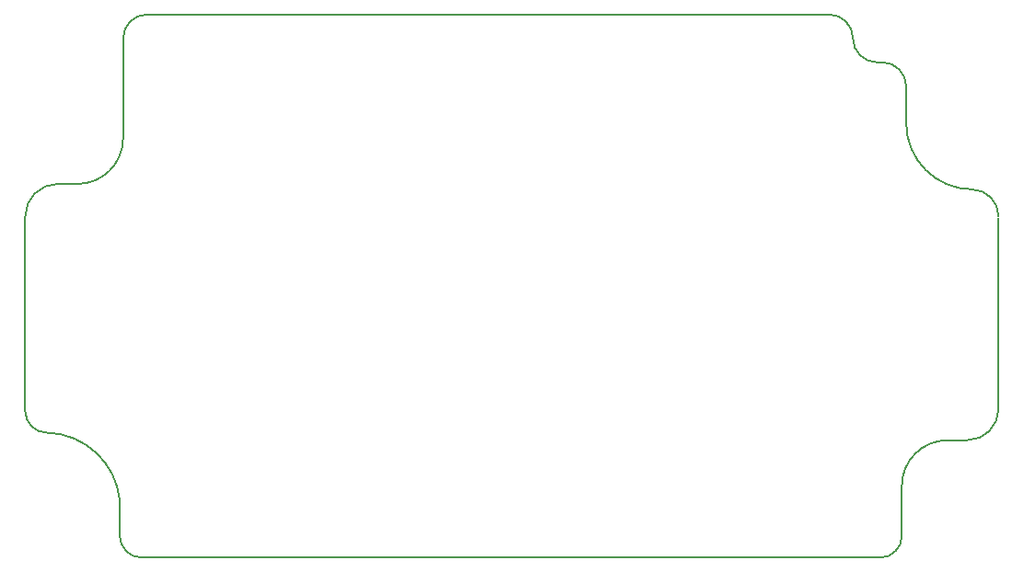
<source format=gbr>
%TF.GenerationSoftware,KiCad,Pcbnew,(5.0.2-5)-5*%
%TF.CreationDate,2019-04-17T13:51:17+02:00*%
%TF.ProjectId,PowerSupply,506f7765-7253-4757-9070-6c792e6b6963,rev?*%
%TF.SameCoordinates,Original*%
%TF.FileFunction,Profile,NP*%
%FSLAX46Y46*%
G04 Gerber Fmt 4.6, Leading zero omitted, Abs format (unit mm)*
G04 Created by KiCad (PCBNEW (5.0.2-5)-5) date 2019 April 17, Wednesday 13:51:17*
%MOMM*%
%LPD*%
G01*
G04 APERTURE LIST*
%ADD10C,0.150000*%
G04 APERTURE END LIST*
D10*
X199500000Y-85100000D02*
G75*
G02X193400000Y-79000000I0J6100000D01*
G01*
X193000000Y-117000000D02*
G75*
G02X191000000Y-119000000I-2000000J0D01*
G01*
X123100000Y-119000000D02*
G75*
G02X121100000Y-117000000I0J2000000D01*
G01*
X190700000Y-73400000D02*
X191300000Y-73400000D01*
X191200000Y-73400000D02*
G75*
G02X193400000Y-75600000I0J-2200000D01*
G01*
X190700000Y-73400000D02*
G75*
G02X188500000Y-71200000I0J2200000D01*
G01*
X199400000Y-85100000D02*
G75*
G02X201900000Y-87600000I0J-2500000D01*
G01*
X115400000Y-84600000D02*
X116500000Y-84600000D01*
X114400000Y-107500000D02*
G75*
G02X112400000Y-105518936I0J2000091D01*
G01*
X121100145Y-113769951D02*
G75*
G03X114400000Y-107500000I-6881118J-638342D01*
G01*
X193000000Y-112400000D02*
G75*
G02X197200000Y-108200000I4200000J0D01*
G01*
X121400000Y-71200000D02*
G75*
G02X123600000Y-69000000I2200000J0D01*
G01*
X186300000Y-69000000D02*
G75*
G02X188500000Y-71200000I0J-2200000D01*
G01*
X121400000Y-71200000D02*
X121400000Y-80400000D01*
X186300000Y-69000000D02*
X123600000Y-69000000D01*
X193400000Y-79000000D02*
X193400000Y-75600000D01*
X201900000Y-105300000D02*
X201900000Y-87700000D01*
X201900000Y-105300000D02*
G75*
G02X199000000Y-108200000I-2900000J0D01*
G01*
X197200000Y-108200000D02*
X199000000Y-108200000D01*
X193000000Y-117000000D02*
X193000000Y-112400000D01*
X123100000Y-119000000D02*
X191000000Y-119000000D01*
X121100000Y-113800000D02*
X121100000Y-117100000D01*
X112400000Y-87600000D02*
X112400000Y-105500000D01*
X112400000Y-87600000D02*
G75*
G02X115400000Y-84600000I3000000J0D01*
G01*
X117200000Y-84600000D02*
X116500000Y-84600000D01*
X121400000Y-80400000D02*
G75*
G02X117200000Y-84600000I-4200000J0D01*
G01*
M02*

</source>
